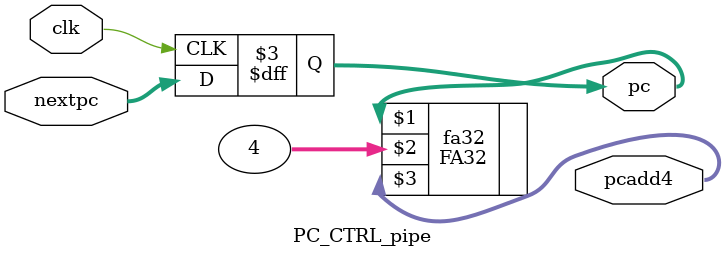
<source format=v>
`timescale 1ns / 1ps


module PC_CTRL_pipe(clk,nextpc,pc,pcadd4);
    input clk;
    input [31:0] nextpc;
    output reg [31:0] pc;
    output [31:0] pcadd4;
    
    FA32 fa32(pc,32'b100,pcadd4);
    
    initial begin
        pc<=0;
    end
    
    always @(posedge clk) begin
        pc<=nextpc;
    end
    
endmodule

</source>
